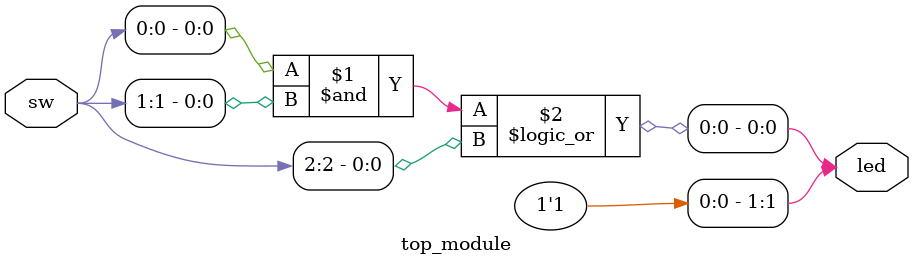
<source format=v>
`timescale 1ns / 1ps
module top_module(sw,led);
input [2:0] sw;
output [1:0] led;

assign led[1]=1'b1;
// assign
assign led[0]= (sw[0] & sw[1]) || sw[2];

endmodule

</source>
